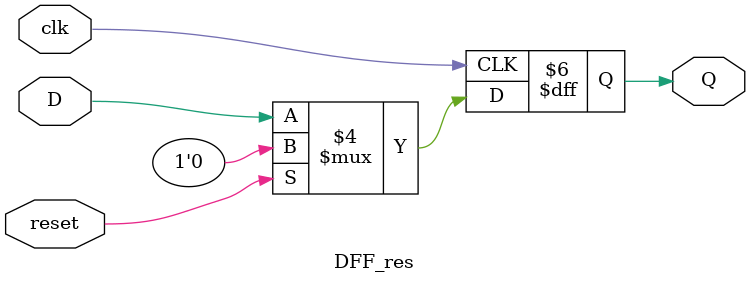
<source format=v>
module DFF_res(D,Q,clk,reset);
input D,clk,reset;
output reg Q;

always@(posedge clk) begin
   if(reset == 1'b1)
        begin
            Q<= #2 1'b0;
        end
   else begin
     Q<=#2 D;   //model the propogational delay to avoid race through
   end
end
endmodule
</source>
